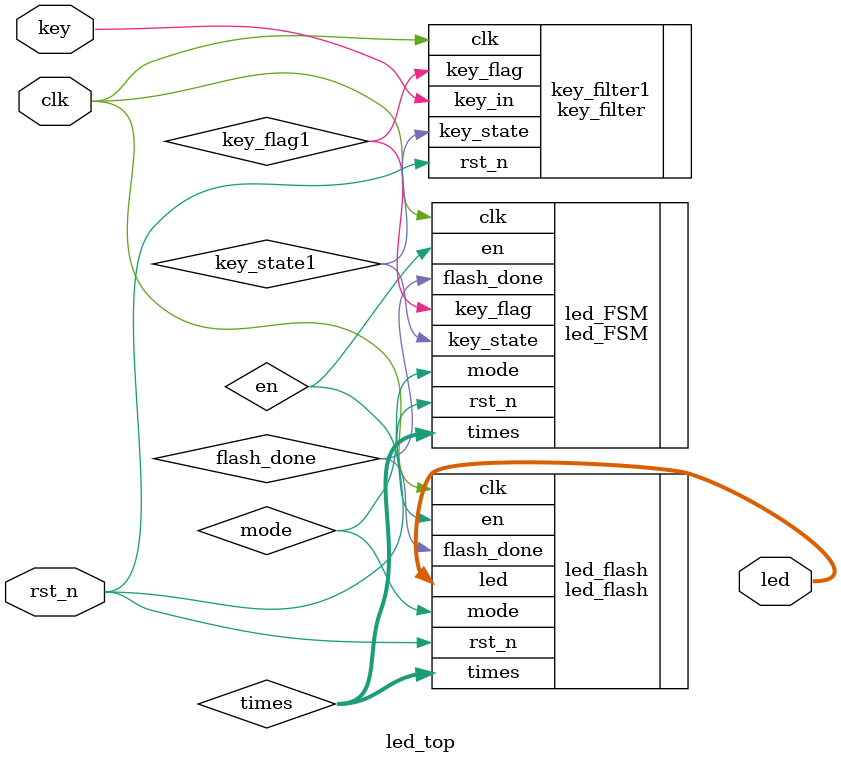
<source format=v>
module led_top(
                clk,
                rst_n,
                key,
                led
                 );

input clk;
input rst_n;
input key;

wire key_flag1;
wire flash_done;
wire [5:0]times;
wire en;

output [3:0]led;

key_filter key_filter1(
                      .clk(clk),
                      .rst_n(rst_n),
                      .key_in(key),
                      .key_flag(key_flag1),
                      .key_state(key_state1)               
                       );  
                       
led_FSM  led_FSM (
                  .clk(clk),
                  .rst_n(rst_n),
                  .key_flag(key_flag1),                     
                  .key_state(key_state1),
                  .flash_done(flash_done),
                  .times(times),
                  .mode(mode),
                  .en(en)
                       );          
                       
led_flash led_flash(
                   .clk(clk),
                   .rst_n(rst_n),
                   .mode(mode),
                   .times(times),
                   .en(en),
                   .flash_done(flash_done),
                   .led(led)
                     ); 

endmodule                                                                                              
</source>
